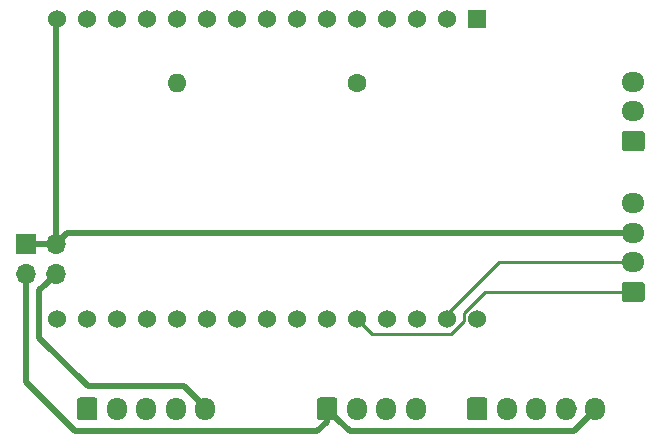
<source format=gbr>
G04 #@! TF.GenerationSoftware,KiCad,Pcbnew,(5.1.2)-2*
G04 #@! TF.CreationDate,2022-01-26T05:10:27+01:00*
G04 #@! TF.ProjectId,SMuFF-Ifc2-ESP32,534d7546-462d-4496-9663-322d45535033,rev?*
G04 #@! TF.SameCoordinates,Original*
G04 #@! TF.FileFunction,Copper,L1,Top*
G04 #@! TF.FilePolarity,Positive*
%FSLAX46Y46*%
G04 Gerber Fmt 4.6, Leading zero omitted, Abs format (unit mm)*
G04 Created by KiCad (PCBNEW (5.1.2)-2) date 2022-01-26 05:10:27*
%MOMM*%
%LPD*%
G04 APERTURE LIST*
%ADD10O,1.600000X1.600000*%
%ADD11C,1.600000*%
%ADD12O,1.700000X1.700000*%
%ADD13R,1.700000X1.700000*%
%ADD14C,1.524000*%
%ADD15R,1.524000X1.524000*%
%ADD16O,1.950000X1.700000*%
%ADD17C,0.100000*%
%ADD18C,1.700000*%
%ADD19O,1.700000X1.950000*%
%ADD20C,0.500000*%
%ADD21C,0.250000*%
G04 APERTURE END LIST*
D10*
X118872000Y-83693000D03*
D11*
X134112000Y-83693000D03*
D12*
X108585000Y-99822000D03*
X106045000Y-99822000D03*
X108585000Y-97282000D03*
D13*
X106045000Y-97282000D03*
D14*
X144272000Y-103632000D03*
X141732000Y-103632000D03*
X139192000Y-103632000D03*
X136652000Y-103632000D03*
X134112000Y-103632000D03*
X131572000Y-103632000D03*
X129032000Y-103632000D03*
X126492000Y-103632000D03*
X123952000Y-103632000D03*
X121412000Y-103632000D03*
X118872000Y-103632000D03*
X116332000Y-103632000D03*
X113792000Y-103632000D03*
X111252000Y-103632000D03*
X108712000Y-103632000D03*
X108712000Y-78232000D03*
X111252000Y-78232000D03*
X113792000Y-78232000D03*
X116332000Y-78232000D03*
X118872000Y-78232000D03*
X121412000Y-78232000D03*
X123952000Y-78232000D03*
X126492000Y-78232000D03*
X129032000Y-78232000D03*
X131572000Y-78232000D03*
X134112000Y-78232000D03*
X136652000Y-78232000D03*
X139192000Y-78232000D03*
X141732000Y-78232000D03*
D15*
X144272000Y-78232000D03*
D16*
X157480000Y-83566000D03*
X157480000Y-86066000D03*
D17*
G36*
X158229504Y-87717204D02*
G01*
X158253773Y-87720804D01*
X158277571Y-87726765D01*
X158300671Y-87735030D01*
X158322849Y-87745520D01*
X158343893Y-87758133D01*
X158363598Y-87772747D01*
X158381777Y-87789223D01*
X158398253Y-87807402D01*
X158412867Y-87827107D01*
X158425480Y-87848151D01*
X158435970Y-87870329D01*
X158444235Y-87893429D01*
X158450196Y-87917227D01*
X158453796Y-87941496D01*
X158455000Y-87966000D01*
X158455000Y-89166000D01*
X158453796Y-89190504D01*
X158450196Y-89214773D01*
X158444235Y-89238571D01*
X158435970Y-89261671D01*
X158425480Y-89283849D01*
X158412867Y-89304893D01*
X158398253Y-89324598D01*
X158381777Y-89342777D01*
X158363598Y-89359253D01*
X158343893Y-89373867D01*
X158322849Y-89386480D01*
X158300671Y-89396970D01*
X158277571Y-89405235D01*
X158253773Y-89411196D01*
X158229504Y-89414796D01*
X158205000Y-89416000D01*
X156755000Y-89416000D01*
X156730496Y-89414796D01*
X156706227Y-89411196D01*
X156682429Y-89405235D01*
X156659329Y-89396970D01*
X156637151Y-89386480D01*
X156616107Y-89373867D01*
X156596402Y-89359253D01*
X156578223Y-89342777D01*
X156561747Y-89324598D01*
X156547133Y-89304893D01*
X156534520Y-89283849D01*
X156524030Y-89261671D01*
X156515765Y-89238571D01*
X156509804Y-89214773D01*
X156506204Y-89190504D01*
X156505000Y-89166000D01*
X156505000Y-87966000D01*
X156506204Y-87941496D01*
X156509804Y-87917227D01*
X156515765Y-87893429D01*
X156524030Y-87870329D01*
X156534520Y-87848151D01*
X156547133Y-87827107D01*
X156561747Y-87807402D01*
X156578223Y-87789223D01*
X156596402Y-87772747D01*
X156616107Y-87758133D01*
X156637151Y-87745520D01*
X156659329Y-87735030D01*
X156682429Y-87726765D01*
X156706227Y-87720804D01*
X156730496Y-87717204D01*
X156755000Y-87716000D01*
X158205000Y-87716000D01*
X158229504Y-87717204D01*
X158229504Y-87717204D01*
G37*
D18*
X157480000Y-88566000D03*
D16*
X157480000Y-93846000D03*
X157480000Y-96346000D03*
X157480000Y-98846000D03*
D17*
G36*
X158229504Y-100497204D02*
G01*
X158253773Y-100500804D01*
X158277571Y-100506765D01*
X158300671Y-100515030D01*
X158322849Y-100525520D01*
X158343893Y-100538133D01*
X158363598Y-100552747D01*
X158381777Y-100569223D01*
X158398253Y-100587402D01*
X158412867Y-100607107D01*
X158425480Y-100628151D01*
X158435970Y-100650329D01*
X158444235Y-100673429D01*
X158450196Y-100697227D01*
X158453796Y-100721496D01*
X158455000Y-100746000D01*
X158455000Y-101946000D01*
X158453796Y-101970504D01*
X158450196Y-101994773D01*
X158444235Y-102018571D01*
X158435970Y-102041671D01*
X158425480Y-102063849D01*
X158412867Y-102084893D01*
X158398253Y-102104598D01*
X158381777Y-102122777D01*
X158363598Y-102139253D01*
X158343893Y-102153867D01*
X158322849Y-102166480D01*
X158300671Y-102176970D01*
X158277571Y-102185235D01*
X158253773Y-102191196D01*
X158229504Y-102194796D01*
X158205000Y-102196000D01*
X156755000Y-102196000D01*
X156730496Y-102194796D01*
X156706227Y-102191196D01*
X156682429Y-102185235D01*
X156659329Y-102176970D01*
X156637151Y-102166480D01*
X156616107Y-102153867D01*
X156596402Y-102139253D01*
X156578223Y-102122777D01*
X156561747Y-102104598D01*
X156547133Y-102084893D01*
X156534520Y-102063849D01*
X156524030Y-102041671D01*
X156515765Y-102018571D01*
X156509804Y-101994773D01*
X156506204Y-101970504D01*
X156505000Y-101946000D01*
X156505000Y-100746000D01*
X156506204Y-100721496D01*
X156509804Y-100697227D01*
X156515765Y-100673429D01*
X156524030Y-100650329D01*
X156534520Y-100628151D01*
X156547133Y-100607107D01*
X156561747Y-100587402D01*
X156578223Y-100569223D01*
X156596402Y-100552747D01*
X156616107Y-100538133D01*
X156637151Y-100525520D01*
X156659329Y-100515030D01*
X156682429Y-100506765D01*
X156706227Y-100500804D01*
X156730496Y-100497204D01*
X156755000Y-100496000D01*
X158205000Y-100496000D01*
X158229504Y-100497204D01*
X158229504Y-100497204D01*
G37*
D18*
X157480000Y-101346000D03*
D19*
X139072000Y-111252000D03*
X136572000Y-111252000D03*
X134072000Y-111252000D03*
D17*
G36*
X132196504Y-110278204D02*
G01*
X132220773Y-110281804D01*
X132244571Y-110287765D01*
X132267671Y-110296030D01*
X132289849Y-110306520D01*
X132310893Y-110319133D01*
X132330598Y-110333747D01*
X132348777Y-110350223D01*
X132365253Y-110368402D01*
X132379867Y-110388107D01*
X132392480Y-110409151D01*
X132402970Y-110431329D01*
X132411235Y-110454429D01*
X132417196Y-110478227D01*
X132420796Y-110502496D01*
X132422000Y-110527000D01*
X132422000Y-111977000D01*
X132420796Y-112001504D01*
X132417196Y-112025773D01*
X132411235Y-112049571D01*
X132402970Y-112072671D01*
X132392480Y-112094849D01*
X132379867Y-112115893D01*
X132365253Y-112135598D01*
X132348777Y-112153777D01*
X132330598Y-112170253D01*
X132310893Y-112184867D01*
X132289849Y-112197480D01*
X132267671Y-112207970D01*
X132244571Y-112216235D01*
X132220773Y-112222196D01*
X132196504Y-112225796D01*
X132172000Y-112227000D01*
X130972000Y-112227000D01*
X130947496Y-112225796D01*
X130923227Y-112222196D01*
X130899429Y-112216235D01*
X130876329Y-112207970D01*
X130854151Y-112197480D01*
X130833107Y-112184867D01*
X130813402Y-112170253D01*
X130795223Y-112153777D01*
X130778747Y-112135598D01*
X130764133Y-112115893D01*
X130751520Y-112094849D01*
X130741030Y-112072671D01*
X130732765Y-112049571D01*
X130726804Y-112025773D01*
X130723204Y-112001504D01*
X130722000Y-111977000D01*
X130722000Y-110527000D01*
X130723204Y-110502496D01*
X130726804Y-110478227D01*
X130732765Y-110454429D01*
X130741030Y-110431329D01*
X130751520Y-110409151D01*
X130764133Y-110388107D01*
X130778747Y-110368402D01*
X130795223Y-110350223D01*
X130813402Y-110333747D01*
X130833107Y-110319133D01*
X130854151Y-110306520D01*
X130876329Y-110296030D01*
X130899429Y-110287765D01*
X130923227Y-110281804D01*
X130947496Y-110278204D01*
X130972000Y-110277000D01*
X132172000Y-110277000D01*
X132196504Y-110278204D01*
X132196504Y-110278204D01*
G37*
D18*
X131572000Y-111252000D03*
D19*
X121252000Y-111252000D03*
X118752000Y-111252000D03*
X116252000Y-111252000D03*
X113752000Y-111252000D03*
D17*
G36*
X111876504Y-110278204D02*
G01*
X111900773Y-110281804D01*
X111924571Y-110287765D01*
X111947671Y-110296030D01*
X111969849Y-110306520D01*
X111990893Y-110319133D01*
X112010598Y-110333747D01*
X112028777Y-110350223D01*
X112045253Y-110368402D01*
X112059867Y-110388107D01*
X112072480Y-110409151D01*
X112082970Y-110431329D01*
X112091235Y-110454429D01*
X112097196Y-110478227D01*
X112100796Y-110502496D01*
X112102000Y-110527000D01*
X112102000Y-111977000D01*
X112100796Y-112001504D01*
X112097196Y-112025773D01*
X112091235Y-112049571D01*
X112082970Y-112072671D01*
X112072480Y-112094849D01*
X112059867Y-112115893D01*
X112045253Y-112135598D01*
X112028777Y-112153777D01*
X112010598Y-112170253D01*
X111990893Y-112184867D01*
X111969849Y-112197480D01*
X111947671Y-112207970D01*
X111924571Y-112216235D01*
X111900773Y-112222196D01*
X111876504Y-112225796D01*
X111852000Y-112227000D01*
X110652000Y-112227000D01*
X110627496Y-112225796D01*
X110603227Y-112222196D01*
X110579429Y-112216235D01*
X110556329Y-112207970D01*
X110534151Y-112197480D01*
X110513107Y-112184867D01*
X110493402Y-112170253D01*
X110475223Y-112153777D01*
X110458747Y-112135598D01*
X110444133Y-112115893D01*
X110431520Y-112094849D01*
X110421030Y-112072671D01*
X110412765Y-112049571D01*
X110406804Y-112025773D01*
X110403204Y-112001504D01*
X110402000Y-111977000D01*
X110402000Y-110527000D01*
X110403204Y-110502496D01*
X110406804Y-110478227D01*
X110412765Y-110454429D01*
X110421030Y-110431329D01*
X110431520Y-110409151D01*
X110444133Y-110388107D01*
X110458747Y-110368402D01*
X110475223Y-110350223D01*
X110493402Y-110333747D01*
X110513107Y-110319133D01*
X110534151Y-110306520D01*
X110556329Y-110296030D01*
X110579429Y-110287765D01*
X110603227Y-110281804D01*
X110627496Y-110278204D01*
X110652000Y-110277000D01*
X111852000Y-110277000D01*
X111876504Y-110278204D01*
X111876504Y-110278204D01*
G37*
D18*
X111252000Y-111252000D03*
D19*
X154272000Y-111252000D03*
X151772000Y-111252000D03*
X149272000Y-111252000D03*
X146772000Y-111252000D03*
D17*
G36*
X144896504Y-110278204D02*
G01*
X144920773Y-110281804D01*
X144944571Y-110287765D01*
X144967671Y-110296030D01*
X144989849Y-110306520D01*
X145010893Y-110319133D01*
X145030598Y-110333747D01*
X145048777Y-110350223D01*
X145065253Y-110368402D01*
X145079867Y-110388107D01*
X145092480Y-110409151D01*
X145102970Y-110431329D01*
X145111235Y-110454429D01*
X145117196Y-110478227D01*
X145120796Y-110502496D01*
X145122000Y-110527000D01*
X145122000Y-111977000D01*
X145120796Y-112001504D01*
X145117196Y-112025773D01*
X145111235Y-112049571D01*
X145102970Y-112072671D01*
X145092480Y-112094849D01*
X145079867Y-112115893D01*
X145065253Y-112135598D01*
X145048777Y-112153777D01*
X145030598Y-112170253D01*
X145010893Y-112184867D01*
X144989849Y-112197480D01*
X144967671Y-112207970D01*
X144944571Y-112216235D01*
X144920773Y-112222196D01*
X144896504Y-112225796D01*
X144872000Y-112227000D01*
X143672000Y-112227000D01*
X143647496Y-112225796D01*
X143623227Y-112222196D01*
X143599429Y-112216235D01*
X143576329Y-112207970D01*
X143554151Y-112197480D01*
X143533107Y-112184867D01*
X143513402Y-112170253D01*
X143495223Y-112153777D01*
X143478747Y-112135598D01*
X143464133Y-112115893D01*
X143451520Y-112094849D01*
X143441030Y-112072671D01*
X143432765Y-112049571D01*
X143426804Y-112025773D01*
X143423204Y-112001504D01*
X143422000Y-111977000D01*
X143422000Y-110527000D01*
X143423204Y-110502496D01*
X143426804Y-110478227D01*
X143432765Y-110454429D01*
X143441030Y-110431329D01*
X143451520Y-110409151D01*
X143464133Y-110388107D01*
X143478747Y-110368402D01*
X143495223Y-110350223D01*
X143513402Y-110333747D01*
X143533107Y-110319133D01*
X143554151Y-110306520D01*
X143576329Y-110296030D01*
X143599429Y-110287765D01*
X143623227Y-110281804D01*
X143647496Y-110278204D01*
X143672000Y-110277000D01*
X144872000Y-110277000D01*
X144896504Y-110278204D01*
X144896504Y-110278204D01*
G37*
D18*
X144272000Y-111252000D03*
D20*
X106045000Y-97282000D02*
X108585000Y-97282000D01*
X108585000Y-78359000D02*
X108712000Y-78232000D01*
X108585000Y-97282000D02*
X108585000Y-78359000D01*
X157605000Y-96092000D02*
X157480000Y-96092000D01*
X109521000Y-96346000D02*
X108585000Y-97282000D01*
X157480000Y-96346000D02*
X109521000Y-96346000D01*
D21*
X152534000Y-111252000D02*
X152534000Y-111127000D01*
D20*
X107735001Y-100671999D02*
X108585000Y-99822000D01*
X121252000Y-111127000D02*
X119472000Y-109347000D01*
X121252000Y-111252000D02*
X121252000Y-111127000D01*
X119472000Y-109347000D02*
X111317010Y-109347000D01*
X111317010Y-109347000D02*
X107188000Y-105217990D01*
X107188000Y-105217990D02*
X107188000Y-101219000D01*
X107188000Y-101219000D02*
X107735001Y-100671999D01*
X132470372Y-112150372D02*
X131572000Y-111252000D01*
X133477000Y-113157000D02*
X132470372Y-112150372D01*
X152492000Y-113157000D02*
X133477000Y-113157000D01*
X154272000Y-111252000D02*
X154272000Y-111377000D01*
X154272000Y-111377000D02*
X152492000Y-113157000D01*
X106045000Y-101024081D02*
X106045000Y-99822000D01*
X106045000Y-108966000D02*
X106045000Y-101024081D01*
X110236000Y-113157000D02*
X106045000Y-108966000D01*
X130742000Y-113157000D02*
X110236000Y-113157000D01*
X131572000Y-111252000D02*
X131572000Y-112327000D01*
X131572000Y-112327000D02*
X130742000Y-113157000D01*
D21*
X141732000Y-103251000D02*
X141732000Y-103632000D01*
X157480000Y-98846000D02*
X146137000Y-98846000D01*
X146137000Y-98846000D02*
X141732000Y-103251000D01*
X134873999Y-104393999D02*
X134112000Y-103632000D01*
X144949238Y-101346000D02*
X143184999Y-103110239D01*
X157480000Y-101346000D02*
X144949238Y-101346000D01*
X143184999Y-103110239D02*
X143184999Y-103787763D01*
X143184999Y-103787763D02*
X142070762Y-104902000D01*
X142070762Y-104902000D02*
X135382000Y-104902000D01*
X135382000Y-104902000D02*
X134873999Y-104393999D01*
M02*

</source>
